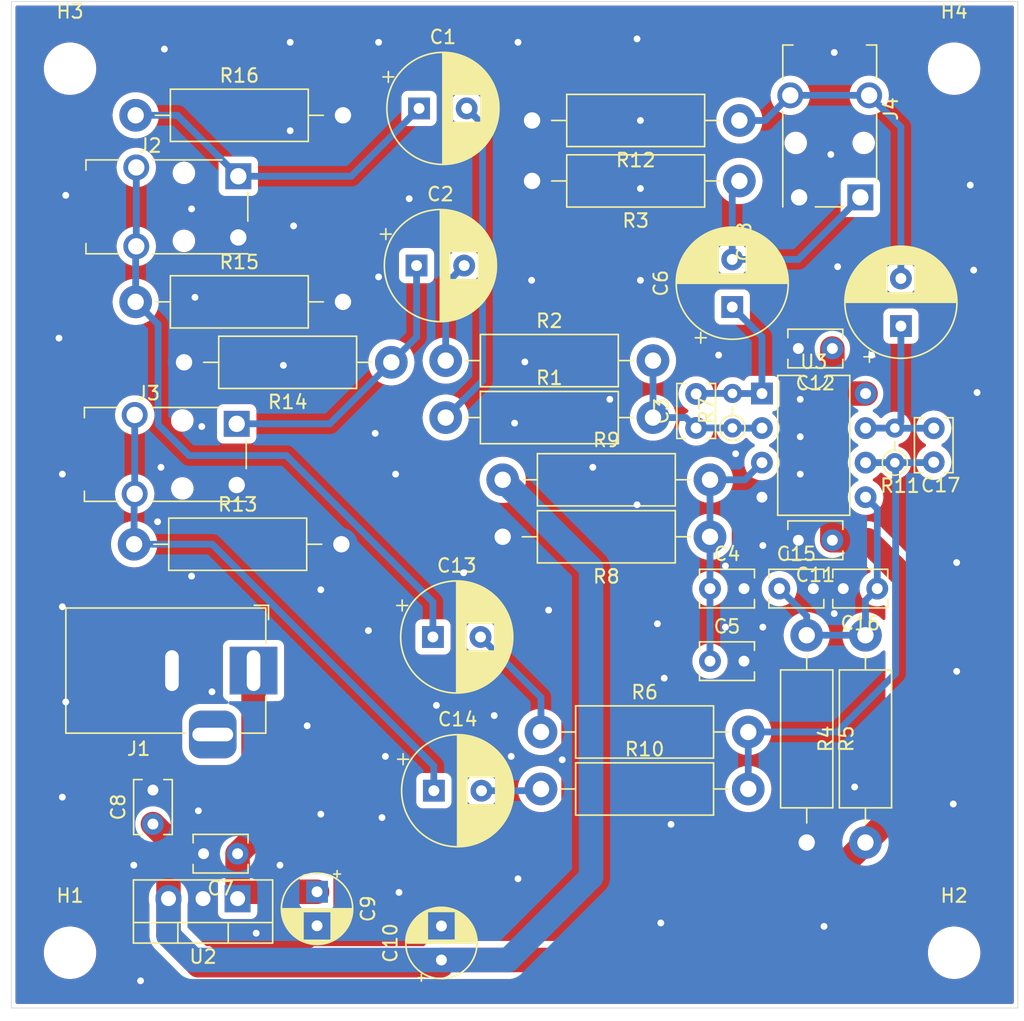
<source format=kicad_pcb>
(kicad_pcb (version 20240108) (generator "pcbnew") (generator_version "8.0")
  (layers (0 "F.Cu" signal) (31 "B.Cu" signal) (34 "B.Paste" user) (35 "F.Paste" user) (36 "B.SilkS" user "B.Silkscreen") (37 "F.SilkS" user "F.Silkscreen") (38 "B.Mask" user) (39 "F.Mask" user) (44 "Edge.Cuts" user))
  (net 0 "")
  (net 1 "Net-(C1-Pad2)")
  (net 2 "CH1_R")
  (net 3 "Net-(C2-Pad2)")
  (net 4 "CH2_R")
  (net 5 "Net-(U3A--)")
  (net 6 "Net-(C3-Pad2)")
  (net 7 "Net-(U3A-+)")
  (net 8 "GND")
  (net 9 "OUT_R")
  (net 10 "Net-(U2-IN)")
  (net 11 "VCC")
  (net 12 "CH1_L")
  (net 13 "Net-(C13-Pad2)")
  (net 14 "CH2_L")
  (net 15 "Net-(C14-Pad2)")
  (net 16 "Net-(U3B-+)")
  (net 17 "Net-(U3B--)")
  (net 18 "Net-(C17-Pad2)")
  (net 19 "OUT_L")
  (footprint "Capacitor_THT:CP_Radial_D8.0mm_P3.50mm" (layer "F.Cu") (at 124.792349 34.417)
    (property "Reference" "C2" (at 1.75 -5.25 0) (layer "F.SilkS"))
    (property "Value" "100u")
    (pad "1" thru_hole rect (at 0 0) (size 1.6 1.6) (drill 0.8) (layers "*.Cu" "*.Mask") (net 4 "CH2_R"))
    (pad "2" thru_hole circle (at 3.5 0) (size 1.6 1.6) (drill 0.8) (layers "*.Cu" "*.Mask") (net 3 "Net-(C2-Pad2)"))
  )
  (footprint "Resistor_THT:R_Axial_DIN0411_L9.9mm_D3.6mm_P15.24mm_Horizontal" (layer "F.Cu") (at 126.933 41.402)
    (property "Reference" "R2" (at 7.62 -2.92 0) (layer "F.SilkS"))
    (property "Value" "68k")
    (pad "1" thru_hole circle (at 0 0) (size 2.4 2.4) (drill 1.2) (layers "*.Cu" "*.Mask") (net 3 "Net-(C2-Pad2)"))
    (pad "2" thru_hole oval (at 15.24 0) (size 2.4 2.4) (drill 1.2) (layers "*.Cu" "*.Mask") (net 5 "Net-(U3A--)"))
  )
  (footprint "Connector_Audio:Jack_3.5mm_Switronic_ST-005-G_horizontal" (layer "F.Cu") (at 105.185 30.099)
    (property "Reference" "J2" (at 0 -4.5 0) (layer "F.SilkS"))
    (property "Value" "AudioJack3")
    (pad "" np_thru_hole circle (at 2.5 -2.5) (size 1 1) (drill 1) (layers "*.Cu" "*.Mask"))
    (pad "" np_thru_hole circle (at 2.5 2.5) (size 1 1) (drill 1) (layers "*.Cu" "*.Mask"))
    (pad "R" thru_hole rect (at 6.5 -2.25) (size 1.9 1.9) (drill 1.2) (layers "*.Cu" "*.Mask") (net 2 "CH1_R"))
    (pad "S" thru_hole circle (at 6.5 2.25) (size 1.9 1.9) (drill 1.2) (layers "*.Cu" "*.Mask") (net 8 "GND"))
    (pad "T" thru_hole circle (at -1 -2.9) (size 1.9 1.9) (drill 1.2) (layers "*.Cu" "*.Mask") (net 12 "CH1_L"))
    (pad "T" thru_hole circle (at -1 2.9) (size 1.9 1.9) (drill 1.2) (layers "*.Cu" "*.Mask") (net 12 "CH1_L"))
  )
  (footprint "Resistor_THT:R_Axial_DIN0411_L9.9mm_D3.6mm_P15.24mm_Horizontal" (layer "F.Cu") (at 131.124 50.165)
    (property "Reference" "R9" (at 7.62 -2.92 0) (layer "F.SilkS"))
    (property "Value" "1k")
    (pad "1" thru_hole circle (at 0 0) (size 2.4 2.4) (drill 1.2) (layers "*.Cu" "*.Mask") (net 11 "VCC"))
    (pad "2" thru_hole oval (at 15.24 0) (size 2.4 2.4) (drill 1.2) (layers "*.Cu" "*.Mask") (net 7 "Net-(U3A-+)"))
  )
  (footprint "Resistor_THT:R_Axial_DIN0411_L9.9mm_D3.6mm_P15.24mm_Horizontal" (layer "F.Cu") (at 157.794 76.835 90)
    (property "Reference" "R4" (at 7.62 -2.92 90) (layer "F.SilkS"))
    (property "Value" "10k")
    (pad "1" thru_hole circle (at 0 0 90) (size 2.4 2.4) (drill 1.2) (layers "*.Cu" "*.Mask") (net 11 "VCC"))
    (pad "2" thru_hole oval (at 15.24 0 90) (size 2.4 2.4) (drill 1.2) (layers "*.Cu" "*.Mask") (net 16 "Net-(U3B-+)"))
  )
  (footprint "Capacitor_THT:C_Disc_D3.8mm_W2.6mm_P2.50mm" (layer "F.Cu") (at 155.361 40.513 180)
    (property "Reference" "C12" (at 1.25 -2.55 0) (layer "F.SilkS"))
    (property "Value" "10u")
    (pad "1" thru_hole circle (at 0 0 180) (size 1.6 1.6) (drill 0.8) (layers "*.Cu" "*.Mask") (net 11 "VCC"))
    (pad "2" thru_hole circle (at 2.5 0 180) (size 1.6 1.6) (drill 0.8) (layers "*.Cu" "*.Mask") (net 8 "GND"))
  )
  (footprint "Resistor_THT:R_Axial_DIN0411_L9.9mm_D3.6mm_P15.24mm_Horizontal" (layer "F.Cu") (at 148.523 28.194 180)
    (property "Reference" "R3" (at 7.62 -2.92 0) (layer "F.SilkS"))
    (property "Value" "1M")
    (pad "1" thru_hole circle (at 0 0 180) (size 2.4 2.4) (drill 1.2) (layers "*.Cu" "*.Mask") (net 9 "OUT_R"))
    (pad "2" thru_hole oval (at 15.24 0 180) (size 2.4 2.4) (drill 1.2) (layers "*.Cu" "*.Mask") (net 8 "GND"))
  )
  (footprint "Capacitor_THT:C_Disc_D3.8mm_W2.6mm_P2.50mm" (layer "F.Cu") (at 105.41 75.4765 90)
    (property "Reference" "C8" (at 1.25 -2.55 90) (layer "F.SilkS"))
    (property "Value" "0.1u")
    (pad "1" thru_hole circle (at 0 0 90) (size 1.6 1.6) (drill 0.8) (layers "*.Cu" "*.Mask") (net 11 "VCC"))
    (pad "2" thru_hole circle (at 2.5 0 90) (size 1.6 1.6) (drill 0.8) (layers "*.Cu" "*.Mask") (net 8 "GND"))
  )
  (footprint "Resistor_THT:R_Axial_DIN0411_L9.9mm_D3.6mm_P15.24mm_Horizontal" (layer "F.Cu") (at 104.14 37.084)
    (property "Reference" "R15" (at 7.62 -2.92 0) (layer "F.SilkS"))
    (property "Value" "1M")
    (pad "1" thru_hole circle (at 0 0) (size 2.4 2.4) (drill 1.2) (layers "*.Cu" "*.Mask") (net 12 "CH1_L"))
    (pad "2" thru_hole oval (at 15.24 0) (size 2.4 2.4) (drill 1.2) (layers "*.Cu" "*.Mask") (net 8 "GND"))
  )
  (footprint "Capacitor_THT:C_Disc_D3.8mm_W2.6mm_P2.50mm" (layer "F.Cu") (at 146.364 63.5)
    (property "Reference" "C5" (at 1.25 -2.55 0) (layer "F.SilkS"))
    (property "Value" "10u")
    (pad "1" thru_hole circle (at 0 0) (size 1.6 1.6) (drill 0.8) (layers "*.Cu" "*.Mask") (net 7 "Net-(U3A-+)"))
    (pad "2" thru_hole circle (at 2.5 0) (size 1.6 1.6) (drill 0.8) (layers "*.Cu" "*.Mask") (net 8 "GND"))
  )
  (footprint "Capacitor_THT:CP_Radial_D8.0mm_P3.50mm" (layer "F.Cu") (at 126.062349 73.025)
    (property "Reference" "C14" (at 1.75 -5.25 0) (layer "F.SilkS"))
    (property "Value" "100u")
    (pad "1" thru_hole rect (at 0 0) (size 1.6 1.6) (drill 0.8) (layers "*.Cu" "*.Mask") (net 14 "CH2_L"))
    (pad "2" thru_hole circle (at 3.5 0) (size 1.6 1.6) (drill 0.8) (layers "*.Cu" "*.Mask") (net 15 "Net-(C14-Pad2)"))
  )
  (footprint "Resistor_THT:R_Axial_DIN0411_L9.9mm_D3.6mm_P15.24mm_Horizontal" (layer "F.Cu") (at 133.938 68.707)
    (property "Reference" "R6" (at 7.62 -2.92 0) (layer "F.SilkS"))
    (property "Value" "68k")
    (pad "1" thru_hole circle (at 0 0) (size 2.4 2.4) (drill 1.2) (layers "*.Cu" "*.Mask") (net 13 "Net-(C13-Pad2)"))
    (pad "2" thru_hole oval (at 15.24 0) (size 2.4 2.4) (drill 1.2) (layers "*.Cu" "*.Mask") (net 17 "Net-(U3B--)"))
  )
  (footprint "Resistor_THT:R_Axial_DIN0411_L9.9mm_D3.6mm_P15.24mm_Horizontal" (layer "F.Cu") (at 153.476 61.595 -90)
    (property "Reference" "R5" (at 7.62 -2.92 90) (layer "F.SilkS"))
    (property "Value" "10k")
    (pad "1" thru_hole circle (at 0 0 270) (size 2.4 2.4) (drill 1.2) (layers "*.Cu" "*.Mask") (net 16 "Net-(U3B-+)"))
    (pad "2" thru_hole oval (at 15.24 0 270) (size 2.4 2.4) (drill 1.2) (layers "*.Cu" "*.Mask") (net 8 "GND"))
  )
  (footprint "Capacitor_THT:C_Disc_D3.8mm_W2.6mm_P2.50mm" (layer "F.Cu") (at 158.663 58.166 180)
    (property "Reference" "C16" (at 1.25 -2.55 0) (layer "F.SilkS"))
    (property "Value" "0.1u")
    (pad "1" thru_hole circle (at 0 0 180) (size 1.6 1.6) (drill 0.8) (layers "*.Cu" "*.Mask") (net 16 "Net-(U3B-+)"))
    (pad "2" thru_hole circle (at 2.5 0 180) (size 1.6 1.6) (drill 0.8) (layers "*.Cu" "*.Mask") (net 8 "GND"))
  )
  (footprint "Connector_Audio:Jack_3.5mm_Switronic_ST-005-G_horizontal" (layer "F.Cu") (at 105.069 48.3)
    (property "Reference" "J3" (at 0 -4.5 0) (layer "F.SilkS"))
    (property "Value" "AudioJack3")
    (pad "" np_thru_hole circle (at 2.5 -2.5) (size 1 1) (drill 1) (layers "*.Cu" "*.Mask"))
    (pad "" np_thru_hole circle (at 2.5 2.5) (size 1 1) (drill 1) (layers "*.Cu" "*.Mask"))
    (pad "R" thru_hole rect (at 6.5 -2.25) (size 1.9 1.9) (drill 1.2) (layers "*.Cu" "*.Mask") (net 4 "CH2_R"))
    (pad "S" thru_hole circle (at 6.5 2.25) (size 1.9 1.9) (drill 1.2) (layers "*.Cu" "*.Mask") (net 8 "GND"))
    (pad "T" thru_hole circle (at -1 -2.9) (size 1.9 1.9) (drill 1.2) (layers "*.Cu" "*.Mask") (net 14 "CH2_L"))
    (pad "T" thru_hole circle (at -1 2.9) (size 1.9 1.9) (drill 1.2) (layers "*.Cu" "*.Mask") (net 14 "CH2_L"))
  )
  (footprint "Capacitor_THT:C_Disc_D3.8mm_W2.6mm_P2.50mm" (layer "F.Cu") (at 145.348 46.355 90)
    (property "Reference" "C3" (at 1.25 -2.55 90) (layer "F.SilkS"))
    (property "Value" "3p")
    (pad "1" thru_hole circle (at 0 0 90) (size 1.6 1.6) (drill 0.8) (layers "*.Cu" "*.Mask") (net 5 "Net-(U3A--)"))
    (pad "2" thru_hole circle (at 2.5 0 90) (size 1.6 1.6) (drill 0.8) (layers "*.Cu" "*.Mask") (net 6 "Net-(C3-Pad2)"))
  )
  (footprint "Capacitor_THT:C_Disc_D3.8mm_W2.6mm_P2.50mm" (layer "F.Cu") (at 155.361 54.61 180)
    (property "Reference" "C11" (at 1.25 -2.55 0) (layer "F.SilkS"))
    (property "Value" "1u")
    (pad "1" thru_hole circle (at 0 0 180) (size 1.6 1.6) (drill 0.8) (layers "*.Cu" "*.Mask") (net 11 "VCC"))
    (pad "2" thru_hole circle (at 2.5 0 180) (size 1.6 1.6) (drill 0.8) (layers "*.Cu" "*.Mask") (net 8 "GND"))
  )
  (footprint "Resistor_THT:R_Axial_DIN0411_L9.9mm_D3.6mm_P15.24mm_Horizontal" (layer "F.Cu") (at 146.364 54.356 180)
    (property "Reference" "R8" (at 7.62 -2.92 0) (layer "F.SilkS"))
    (property "Value" "1k")
    (pad "1" thru_hole circle (at 0 0 180) (size 2.4 2.4) (drill 1.2) (layers "*.Cu" "*.Mask") (net 7 "Net-(U3A-+)"))
    (pad "2" thru_hole oval (at 15.24 0 180) (size 2.4 2.4) (drill 1.2) (layers "*.Cu" "*.Mask") (net 8 "GND"))
  )
  (footprint "MountingHole:MountingHole_3.2mm_M3" (layer "F.Cu") (at 99.314 19.939)
    (property "Reference" "H3" (at 0 -4.2 0) (layer "F.SilkS"))
    (property "Value" "MountingHole")
    (pad "" np_thru_hole circle (at 0 0) (size 3.2 3.2) (drill 3.2) (layers "*.Cu" "*.Mask"))
  )
  (footprint "Resistor_THT:R_Axial_DIN0411_L9.9mm_D3.6mm_P15.24mm_Horizontal" (layer "F.Cu") (at 122.936 41.529 180)
    (property "Reference" "R14" (at 7.62 -2.92 0) (layer "F.SilkS"))
    (property "Value" "1M")
    (pad "1" thru_hole circle (at 0 0 180) (size 2.4 2.4) (drill 1.2) (layers "*.Cu" "*.Mask") (net 4 "CH2_R"))
    (pad "2" thru_hole oval (at 15.24 0 180) (size 2.4 2.4) (drill 1.2) (layers "*.Cu" "*.Mask") (net 8 "GND"))
  )
  (footprint "MountingHole:MountingHole_3.2mm_M3" (layer "F.Cu") (at 164.314 84.939)
    (property "Reference" "H2" (at 0 -4.2 0) (layer "F.SilkS"))
    (property "Value" "MountingHole")
    (pad "" np_thru_hole circle (at 0 0) (size 3.2 3.2) (drill 3.2) (layers "*.Cu" "*.Mask"))
  )
  (footprint "Capacitor_THT:CP_Radial_D5.0mm_P2.50mm" (layer "F.Cu") (at 126.619 85.471 90)
    (property "Reference" "C10" (at 1.25 -3.75 90) (layer "F.SilkS"))
    (property "Value" "100u")
    (pad "1" thru_hole rect (at 0 0 90) (size 1.6 1.6) (drill 0.8) (layers "*.Cu" "*.Mask") (net 11 "VCC"))
    (pad "2" thru_hole circle (at 2.5 0 90) (size 1.6 1.6) (drill 0.8) (layers "*.Cu" "*.Mask") (net 8 "GND"))
  )
  (footprint "Capacitor_THT:C_Disc_D3.8mm_W2.6mm_P2.50mm" (layer "F.Cu") (at 146.364 58.166)
    (property "Reference" "C4" (at 1.25 -2.55 0) (layer "F.SilkS"))
    (property "Value" "0.1u")
    (pad "1" thru_hole circle (at 0 0) (size 1.6 1.6) (drill 0.8) (layers "*.Cu" "*.Mask") (net 7 "Net-(U3A-+)"))
    (pad "2" thru_hole circle (at 2.5 0) (size 1.6 1.6) (drill 0.8) (layers "*.Cu" "*.Mask") (net 8 "GND"))
  )
  (footprint "Package_TO_SOT_THT:TO-220-3_Vertical" (layer "F.Cu") (at 111.633 80.9575 180)
    (property "Reference" "U2" (at 2.54 -4.27 0) (layer "F.SilkS"))
    (property "Value" "L7809")
    (pad "1" thru_hole rect (at 0 0 180) (size 1.905 2) (drill 1.1) (layers "*.Cu" "*.Mask") (net 10 "Net-(U2-IN)"))
    (pad "2" thru_hole oval (at 2.54 0 180) (size 1.905 2) (drill 1.1) (layers "*.Cu" "*.Mask") (net 8 "GND"))
    (pad "3" thru_hole oval (at 5.08 0 180) (size 1.905 2) (drill 1.1) (layers "*.Cu" "*.Mask") (net 11 "VCC"))
  )
  (footprint "Connector_Audio:Jack_3.5mm_Switronic_ST-005-G_horizontal" (layer "F.Cu") (at 155.167 22.9 -90)
    (property "Reference" "J4" (at 0 -4.5 90) (layer "F.SilkS"))
    (property "Value" "AudioJack3")
    (pad "" np_thru_hole circle (at 2.5 -2.5 270) (size 1 1) (drill 1) (layers "*.Cu" "*.Mask"))
    (pad "" np_thru_hole circle (at 2.5 2.5 270) (size 1 1) (drill 1) (layers "*.Cu" "*.Mask"))
    (pad "R" thru_hole rect (at 6.5 -2.25 270) (size 1.9 1.9) (drill 1.2) (layers "*.Cu" "*.Mask") (net 9 "OUT_R"))
    (pad "S" thru_hole circle (at 6.5 2.25 270) (size 1.9 1.9) (drill 1.2) (layers "*.Cu" "*.Mask") (net 8 "GND"))
    (pad "T" thru_hole circle (at -1 -2.9 270) (size 1.9 1.9) (drill 1.2) (layers "*.Cu" "*.Mask") (net 19 "OUT_L"))
    (pad "T" thru_hole circle (at -1 2.9 270) (size 1.9 1.9) (drill 1.2) (layers "*.Cu" "*.Mask") (net 19 "OUT_L"))
  )
  (footprint "Resistor_THT:R_Axial_DIN0204_L3.6mm_D1.6mm_P2.54mm_Vertical" (layer "F.Cu") (at 148.015 46.355 90)
    (property "Reference" "R7" (at 1.27 -1.92 90) (layer "F.SilkS"))
    (property "Value" "68k")
    (pad "1" thru_hole circle (at 0 0 90) (size 1.4 1.4) (drill 0.7) (layers "*.Cu" "*.Mask") (net 5 "Net-(U3A--)"))
    (pad "2" thru_hole oval (at 2.54 0 90) (size 1.4 1.4) (drill 0.7) (layers "*.Cu" "*.Mask") (net 6 "Net-(C3-Pad2)"))
  )
  (footprint "Capacitor_THT:CP_Radial_D8.0mm_P3.50mm" (layer "F.Cu") (at 148 37.465 90)
    (property "Reference" "C6" (at 1.75 -5.25 90) (layer "F.SilkS"))
    (property "Value" "100u")
    (pad "1" thru_hole rect (at 0 0 90) (size 1.6 1.6) (drill 0.8) (layers "*.Cu" "*.Mask") (net 6 "Net-(C3-Pad2)"))
    (pad "2" thru_hole circle (at 3.5 0 90) (size 1.6 1.6) (drill 0.8) (layers "*.Cu" "*.Mask") (net 9 "OUT_R"))
  )
  (footprint "Capacitor_THT:C_Disc_D3.8mm_W2.6mm_P2.50mm" (layer "F.Cu") (at 162.814 48.875 90)
    (property "Reference" "C17" (at -1.691 0.508 180) (layer "F.SilkS"))
    (property "Value" "3p")
    (pad "1" thru_hole circle (at 0 0 90) (size 1.6 1.6) (drill 0.8) (layers "*.Cu" "*.Mask") (net 17 "Net-(U3B--)"))
    (pad "2" thru_hole circle (at 2.5 0 90) (size 1.6 1.6) (drill 0.8) (layers "*.Cu" "*.Mask") (net 18 "Net-(C17-Pad2)"))
  )
  (footprint "Resistor_THT:R_Axial_DIN0411_L9.9mm_D3.6mm_P15.24mm_Horizontal" (layer "F.Cu") (at 104.024 54.904)
    (property "Reference" "R13" (at 7.62 -2.92 0) (layer "F.SilkS"))
    (property "Value" "1M")
    (pad "1" thru_hole circle (at 0 0) (size 2.4 2.4) (drill 1.2) (layers "*.Cu" "*.Mask") (net 14 "CH2_L"))
    (pad "2" thru_hole oval (at 15.24 0) (size 2.4 2.4) (drill 1.2) (layers "*.Cu" "*.Mask") (net 8 "GND"))
  )
  (footprint "Capacitor_THT:C_Disc_D3.8mm_W2.6mm_P2.50mm" (layer "F.Cu") (at 111.633 77.6555 180)
    (property "Reference" "C7" (at 1.25 -2.55 0) (layer "F.SilkS"))
    (property "Value" "0.33u")
    (pad "1" thru_hole circle (at 0 0 180) (size 1.6 1.6) (drill 0.8) (layers "*.Cu" "*.Mask") (net 10 "Net-(U2-IN)"))
    (pad "2" thru_hole circle (at 2.5 0 180) (size 1.6 1.6) (drill 0.8) (layers "*.Cu" "*.Mask") (net 8 "GND"))
  )
  (footprint "MountingHole:MountingHole_3.2mm_M3" (layer "F.Cu") (at 164.314 19.939)
    (property "Reference" "H4" (at 0 -4.2 0) (layer "F.SilkS"))
    (property "Value" "MountingHole")
    (pad "" np_thru_hole circle (at 0 0) (size 3.2 3.2) (drill 3.2) (layers "*.Cu" "*.Mask"))
  )
  (footprint "Connector_BarrelJack:BarrelJack_Horizontal" (layer "F.Cu") (at 112.807 64.1935)
    (property "Reference" "J1" (at -8.45 5.75 0) (layer "F.SilkS"))
    (property "Value" "Barrel_Jack_Switch")
    (pad "1" thru_hole rect (at 0 0) (size 3.5 3.5) (drill oval 1 3) (layers "*.Cu" "*.Mask") (net 10 "Net-(U2-IN)"))
    (pad "2" thru_hole roundrect (at -6 0) (size 3 3.5) (drill oval 1 3) (layers "*.Cu" "*.Mask") (net 8 "GND"))
    (pad "3" thru_hole roundrect (at -3 4.7) (size 3.5 3.5) (drill oval 3 1) (layers "*.Cu" "*.Mask"))
  )
  (footprint "Resistor_THT:R_Axial_DIN0411_L9.9mm_D3.6mm_P15.24mm_Horizontal" (layer "F.Cu") (at 126.933 45.593)
    (property "Reference" "R1" (at 7.62 -2.92 0) (layer "F.SilkS"))
    (property "Value" "68k")
    (pad "1" thru_hole circle (at 0 0) (size 2.4 2.4) (drill 1.2) (layers "*.Cu" "*.Mask") (net 1 "Net-(C1-Pad2)"))
    (pad "2" thru_hole oval (at 15.24 0) (size 2.4 2.4) (drill 1.2) (layers "*.Cu" "*.Mask") (net 5 "Net-(U3A--)"))
  )
  (footprint "Capacitor_THT:C_Disc_D3.8mm_W2.6mm_P2.50mm" (layer "F.Cu") (at 151.464 58.166)
    (property "Reference" "C15" (at 1.25 -2.55 0) (layer "F.SilkS"))
    (property "Value" "10u")
    (pad "1" thru_hole circle (at 0 0) (size 1.6 1.6) (drill 0.8) (layers "*.Cu" "*.Mask") (net 16 "Net-(U3B-+)"))
    (pad "2" thru_hole circle (at 2.5 0) (size 1.6 1.6) (drill 0.8) (layers "*.Cu" "*.Mask") (net 8 "GND"))
  )
  (footprint "Resistor_THT:R_Axial_DIN0411_L9.9mm_D3.6mm_P15.24mm_Horizontal" (layer "F.Cu") (at 104.14 23.368)
    (property "Reference" "R16" (at 7.62 -2.92 0) (layer "F.SilkS"))
    (property "Value" "1M")
    (pad "1" thru_hole circle (at 0 0) (size 2.4 2.4) (drill 1.2) (layers "*.Cu" "*.Mask") (net 2 "CH1_R"))
    (pad "2" thru_hole oval (at 15.24 0) (size 2.4 2.4) (drill 1.2) (layers "*.Cu" "*.Mask") (net 8 "GND"))
  )
  (footprint "Capacitor_THT:CP_Radial_D5.0mm_P2.50mm" (layer "F.Cu") (at 117.475 80.455888 -90)
    (property "Reference" "C9" (at 1.25 -3.75 90) (layer "F.SilkS"))
    (property "Value" "100u")
    (pad "1" thru_hole rect (at 0 0 270) (size 1.6 1.6) (drill 0.8) (layers "*.Cu" "*.Mask") (net 10 "Net-(U2-IN)"))
    (pad "2" thru_hole circle (at 2.5 0 270) (size 1.6 1.6) (drill 0.8) (layers "*.Cu" "*.Mask") (net 8 "GND"))
  )
  (footprint "Capacitor_THT:CP_Radial_D8.0mm_P3.50mm" (layer "F.Cu") (at 124.977 22.86)
    (property "Reference" "C1" (at 1.75 -5.25 0) (layer "F.SilkS"))
    (property "Value" "100u")
    (pad "1" thru_hole rect (at 0 0) (size 1.6 1.6) (drill 0.8) (layers "*.Cu" "*.Mask") (net 2 "CH1_R"))
    (pad "2" thru_hole circle (at 3.5 0) (size 1.6 1.6) (drill 0.8) (layers "*.Cu" "*.Mask") (net 1 "Net-(C1-Pad2)"))
  )
  (footprint "Resistor_THT:R_Axial_DIN0204_L3.6mm_D1.6mm_P2.54mm_Vertical" (layer "F.Cu") (at 159.953 48.905 90)
    (property "Reference" "R11" (at -1.701 0.381 0) (layer "F.SilkS"))
    (property "Value" "68k")
    (pad "1" thru_hole circle (at 0 0 90) (size 1.4 1.4) (drill 0.7) (layers "*.Cu" "*.Mask") (net 17 "Net-(U3B--)"))
    (pad "2" thru_hole oval (at 2.54 0 90) (size 1.4 1.4) (drill 0.7) (layers "*.Cu" "*.Mask") (net 18 "Net-(C17-Pad2)"))
  )
  (footprint "Capacitor_THT:CP_Radial_D8.0mm_P3.50mm" (layer "F.Cu") (at 160.401 38.863651 90)
    (property "Reference" "C18" (at 6.195 -11.52 90) (layer "F.SilkS"))
    (property "Value" "100u")
    (pad "1" thru_hole rect (at 0 0 90) (size 1.6 1.6) (drill 0.8) (layers "*.Cu" "*.Mask") (net 18 "Net-(C17-Pad2)"))
    (pad "2" thru_hole circle (at 3.5 0 90) (size 1.6 1.6) (drill 0.8) (layers "*.Cu" "*.Mask") (net 19 "OUT_L"))
  )
  (footprint "Package_DIP:DIP-8_W7.62mm" (layer "F.Cu") (at 150.184 43.825)
    (property "Reference" "U3" (at 3.81 -2.33 0) (layer "F.SilkS"))
    (property "Value" "NJM4580")
    (pad "1" thru_hole rect (at 0 0) (size 1.6 1.6) (drill 0.8) (layers "*.Cu" "*.Mask") (net 6 "Net-(C3-Pad2)"))
    (pad "2" thru_hole oval (at 0 2.54) (size 1.6 1.6) (drill 0.8) (layers "*.Cu" "*.Mask") (net 5 "Net-(U3A--)"))
    (pad "3" thru_hole oval (at 0 5.08) (size 1.6 1.6) (drill 0.8) (layers "*.Cu" "*.Mask") (net 7 "Net-(U3A-+)"))
    (pad "4" thru_hole oval (at 0 7.62) (size 1.6 1.6) (drill 0.8) (layers "*.Cu" "*.Mask") (net 8 "GND"))
    (pad "5" thru_hole oval (at 7.62 7.62) (size 1.6 1.6) (drill 0.8) (layers "*.Cu" "*.Mask") (net 16 "Net-(U3B-+)"))
    (pad "6" thru_hole oval (at 7.62 5.08) (size 1.6 1.6) (drill 0.8) (layers "*.Cu" "*.Mask") (net 17 "Net-(U3B--)"))
    (pad "7" thru_hole oval (at 7.62 2.54) (size 1.6 1.6) (drill 0.8) (layers "*.Cu" "*.Mask") (net 18 "Net-(C17-Pad2)"))
    (pad "8" thru_hole oval (at 7.62 0) (size 1.6 1.6) (drill 0.8) (layers "*.Cu" "*.Mask") (net 11 "VCC"))
  )
  (footprint "Capacitor_THT:CP_Radial_D8.0mm_P3.50mm" (layer "F.Cu") (at 125.993 61.722)
    (property "Reference" "C13" (at 1.75 -5.25 0) (layer "F.SilkS"))
    (property "Value" "100u")
    (pad "1" thru_hole rect (at 0 0) (size 1.6 1.6) (drill 0.8) (layers "*.Cu" "*.Mask") (net 12 "CH1_L"))
    (pad "2" thru_hole circle (at 3.5 0) (size 1.6 1.6) (drill 0.8) (layers "*.Cu" "*.Mask") (net 13 "Net-(C13-Pad2)"))
  )
  (footprint "MountingHole:MountingHole_3.2mm_M3" (layer "F.Cu") (at 99.314 84.939)
    (property "Reference" "H1" (at 0 -4.2 0) (layer "F.SilkS"))
    (property "Value" "MountingHole")
    (pad "" np_thru_hole circle (at 0 0) (size 3.2 3.2) (drill 3.2) (layers "*.Cu" "*.Mask"))
  )
  (footprint "Resistor_THT:R_Axial_DIN0411_L9.9mm_D3.6mm_P15.24mm_Horizontal" (layer "F.Cu") (at 133.938 72.898)
    (property "Reference" "R10" (at 7.62 -2.92 0) (layer "F.SilkS"))
    (property "Value" "68k")
    (pad "1" thru_hole circle (at 0 0) (size 2.4 2.4) (drill 1.2) (layers "*.Cu" "*.Mask") (net 15 "Net-(C14-Pad2)"))
    (pad "2" thru_hole oval (at 15.24 0) (size 2.4 2.4) (drill 1.2) (layers "*.Cu" "*.Mask") (net 17 "Net-(U3B--)"))
  )
  (footprint "Resistor_THT:R_Axial_DIN0411_L9.9mm_D3.6mm_P15.24mm_Horizontal" (layer "F.Cu") (at 148.523 23.749 180)
    (property "Reference" "R12" (at 7.62 -2.92 0) (layer "F.SilkS"))
    (property "Value" "1M")
    (pad "1" thru_hole circle (at 0 0 180) (size 2.4 2.4) (drill 1.2) (layers "*.Cu" "*.Mask") (net 19 "OUT_L"))
    (pad "2" thru_hole oval (at 15.24 0 180) (size 2.4 2.4) (drill 1.2) (layers "*.Cu" "*.Mask") (net 8 "GND"))
  )
  (gr_rect (start 95 15) (end 169 89) (stroke (width 0.05)) (fill none) (layer "Edge.Cuts"))
  (segment (start 129.642349 42.883651) (end 129.642349 24.025349) (width 0.5) (layer "B.Cu") (net 1))
  (segment (start 126.933 45.593) (end 129.642349 42.883651) (width 0.5) (layer "B.Cu") (net 1))
  (segment (start 129.642349 24.025349) (end 128.477 22.86) (width 0.5) (layer "B.Cu") (net 1))
  (segment (start 111.685 27.849) (end 119.988 27.849) (width 0.5) (layer "B.Cu") (net 2))
  (segment (start 119.988 27.849) (end 124.977 22.86) (width 0.5) (layer "B.Cu") (net 2))
  (segment (start 104.14 23.368) (end 107.204 23.368) (width 0.5) (layer "B.Cu") (net 2))
  (segment (start 107.204 23.368) (end 111.685 27.849) (width 0.5) (layer "B.Cu") (net 2))
  (segment (start 126.933 41.402) (end 126.933 35.776349) (width 0.5) (layer "B.Cu") (net 3))
  (segment (start 126.933 35.776349) (end 128.292349 34.417) (width 0.5) (layer "B.Cu") (net 3))
  (segment (start 124.792349 34.417) (end 124.792349 39.672651) (width 0.5) (layer "B.Cu") (net 4))
  (segment (start 122.936 41.529) (end 118.415 46.05) (width 0.5) (layer "B.Cu") (net 4))
  (segment (start 124.792349 39.672651) (end 122.936 41.529) (width 0.5) (layer "B.Cu") (net 4))
  (segment (start 118.415 46.05) (end 111.569 46.05) (width 0.5) (layer "B.Cu") (net 4))
  (segment (start 145.348 46.355) (end 148.015 46.355) (width 0.5) (layer "B.Cu") (net 5))
  (segment (start 142.173 45.593) (end 144.586 45.593) (width 0.5) (layer "B.Cu") (net 5))
  (segment (start 144.586 45.593) (end 145.348 46.355) (width 0.5) (layer "B.Cu") (net 5))
  (segment (start 142.173 41.402) (end 142.173 45.593) (width 0.5) (layer "B.Cu") (net 5))
  (segment (start 150.184 46.365) (end 148.025 46.365) (width 0.5) (layer "B.Cu") (net 5))
  (segment (start 148.025 46.365) (end 148.015 46.355) (width 0.5) (layer "B.Cu") (net 5))
  (segment (start 150.184 43.825) (end 148.025 43.825) (width 0.5) (layer "B.Cu") (net 6))
  (segment (start 145.388 43.815) (end 145.348 43.855) (width 0.5) (layer "B.Cu") (net 6))
  (segment (start 150.184 43.825) (end 150.184 39.649) (width 0.5) (layer "B.Cu") (net 6))
  (segment (start 148.015 43.815) (end 145.388 43.815) (width 0.5) (layer "B.Cu") (net 6))
  (segment (start 150.184 39.649) (end 148 37.465) (width 0.5) (layer "B.Cu") (net 6))
  (segment (start 148.025 43.825) (end 148.015 43.815) (width 0.5) (layer "B.Cu") (net 6))
  (segment (start 148.924 50.165) (end 150.184 48.905) (width 0.5) (layer "B.Cu") (net 7))
  (segment (start 146.364 58.166) (end 146.364 54.356) (width 0.5) (layer "B.Cu") (net 7))
  (segment (start 146.364 54.356) (end 146.364 50.165) (width 0.5) (layer "B.Cu") (net 7))
  (segment (start 146.364 50.165) (end 148.924 50.165) (width 0.5) (layer "B.Cu") (net 7))
  (segment (start 146.364 63.5) (end 146.364 58.166) (width 0.5) (layer "B.Cu") (net 7))
  (segment (start 118.975 82.955888) (end 119.575 82.355888) (width 1.8) (layer "F.Cu") (net 8))
  (segment (start 106.807 71.5795) (end 105.41 72.9765) (width 0.5) (layer "F.Cu") (net 8))
  (segment (start 151.825 78.486) (end 153.476 76.835) (width 1.8) (layer "F.Cu") (net 8))
  (segment (start 108.06487 74.5) (end 106.54137 72.9765) (width 1.8) (layer "F.Cu") (net 8))
  (segment (start 112.744113 83.755887) (end 110.171887 83.755887) (width 1.8) (layer "F.Cu") (net 8))
  (segment (start 130.865112 82.955888) (end 135.310112 78.510888) (width 1.8) (layer "F.Cu") (net 8))
  (segment (start 133.283 28.194) (end 133.283 23.749) (width 1.8) (layer "F.Cu") (net 8))
  (segment (start 117.475 82.955888) (end 124.587 82.955888) (width 1.8) (layer "F.Cu") (net 8))
  (segment (start 109.133 77.6555) (end 109.133 80.9175) (width 1.8) (layer "F.Cu") (net 8))
  (segment (start 153.964 58.166) (end 153.964 56.84437) (width 1.8) (layer "F.Cu") (net 8))
  (segment (start 119.575 82.355888) (end 119.575 55.215) (width 1.8) (layer "F.Cu") (net 8))
  (segment (start 119.38 37.084) (end 116.42 37.084) (width 1.8) (layer "F.Cu") (net 8))
  (segment (start 117.475 82.955888) (end 116.675001 83.755887) (width 1.8) (layer "F.Cu") (net 8))
  (segment (start 119.264 54.904) (end 119.264 41.645) (width 1.8) (layer "F.Cu") (net 8))
  (segment (start 152.861 49.89937) (end 151.31537 51.445) (width 1.8) (layer "F.Cu") (net 8))
  (segment (start 152.861 54.122) (end 150.184 51.445) (width 1.8) (layer "F.Cu") (net 8))
  (segment (start 135.310112 78.510888) (end 148.864 64.957) (width 1.8) (layer "F.Cu") (net 8))
  (segment (start 119.264 54.904) (end 115.923 54.904) (width 1.8) (layer "F.Cu") (net 8))
  (segment (start 152.861 49.611) (end 153 49.75) (width 1.8) (layer "F.Cu") (net 8))
  (segment (start 152.861 46.861) (end 153 47) (width 1.8) (layer "F.Cu") (net 8))
  (segment (start 148.864 58.166) (end 148.864 52.765) (width 1.8) (layer "F.Cu") (net 8))
  (segment (start 136.338 69.912) (end 136.338 54.356) (width 1.8) (layer "F.Cu") (net 8))
  (segment (start 126.619 82.971) (end 126.619 82.955888) (width 1.5) (layer "F.Cu") (net 8))
  (segment (start 152.861 40.513) (end 152.861 44.111) (width 1.8) (layer "F.Cu") (net 8))
  (segment (start 110.171887 83.755887) (end 109.093 82.677) (width 1.8) (layer "F.Cu") (net 8))
  (segment (start 152.861 44.111) (end 153 44.25) (width 1.8) (layer "F.Cu") (net 8))
  (segment (start 153.964 58.166) (end 156.163 58.166) (width 1.8) (layer "F.Cu") (net 8))
  (segment (start 109.133 75.56813) (end 108.75 75.18513) (width 1.8) (layer "F.Cu") (net 8))
  (segment (start 153 49.75) (end 152.861 49.889) (width 1.8) (layer "F.Cu") (net 8))
  (segment (start 109.133 77.6555) (end 109.133 75.56813) (width 1.8) (layer "F.Cu") (net 8))
  (segment (start 113 83.5) (end 112.744113 83.755887) (width 1.8) (layer "F.Cu") (net 8))
  (segment (start 117.475 82.955888) (end 118.975 82.955888) (width 1.8) (layer "F.Cu") (net 8))
  (segment (start 136.338 31.249) (end 133.283 28.194) (width 1.8) (layer "F.Cu") (net 8))
  (segment (start 112.141 37.084) (end 107.696 41.529) (width 1.8) (layer "F.Cu") (net 8))
  (segment (start 115.923 54.904) (end 111.569 50.55) (width 1.8) (layer "F.Cu") (net 8))
  (segment (start 153.964 56.84437) (end 152.861 55.74137) (width 1.8) (layer "F.Cu") (net 8))
  (segment (start 124.587 82.955888) (end 130.865112 82.955888) (width 1.8) (layer "F.Cu") (net 8))
  (segment (start 148.864 64.957) (end 148.864 63.5) (width 1.8) (layer "F.Cu") (net 8))
  (segment (start 116.42 37.084) (end 111.685 32.349) (width 1.8) (layer "F.Cu") (net 8))
  (segment (start 153 47) (end 152.861 47.139) (width 1.8) (layer "F.Cu") (net 8))
  (segment (start 152.861 40.513) (end 152.861 29.456) (width 1.8) (layer "F.Cu") (net 8))
  (segment (start 119.575 55.215) (end 119.264 54.904) (width 1.8) (layer "F.Cu") (net 8))
  (segment (start 116.42 37.084) (end 112.141 37.084) (width 1.8) (layer "F.Cu") (net 8))
  (segment (start 152.861 49.889) (end 152.861 49.89937) (width 1.8) (layer "F.Cu") (net 8))
  (segment (start 131.124 54.356) (end 136.338 54.356) (width 1.8) (layer "F.Cu") (net 8))
  (segment (start 106.54137 72.9765) (end 105.41 72.9765) (width 1.8) (layer "F.Cu") (net 8))
  (segment (start 124.587 82.955888) (end 126.619 82.955888) (width 1.8) (layer "F.Cu") (net 8))
  (segment (start 152.861 29.456) (end 152.917 29.4) (width 1.8) (layer "F.Cu") (net 8))
  (segment (start 113.255887 83.755887) (end 113 83.5) (width 1.8) (layer "F.Cu") (net 8))
  (segment (start 152.861 44.389) (end 152.861 46.861) (width 1.8) (layer "F.Cu") (net 8))
  (segment (start 116.675001 83.755887) (end 113.255887 83.755887) (width 1.8) (layer "F.Cu") (net 8))
  (segment (start 106.807 64.1935) (end 106.807 71.5795) (width 0.5) (layer "F.Cu") (net 8))
  (segment (start 148.864 52.765) (end 150.184 51.445) (width 1.8) (layer "F.Cu") (net 8))
  (segment (start 119.38 37.084) (end 119.38 23.368) (width 1.8) (layer "F.Cu") (net 8))
  (segment (start 153 44.25) (end 152.861 44.389) (width 1.8) (layer "F.Cu") (net 8))
  (segment (start 135.5 70.75) (end 136.338 69.912) (width 1.8) (layer "F.Cu") (net 8))
  (segment (start 108.75 74.5) (end 108.06487 74.5) (width 1.8) (layer "F.Cu") (net 8))
  (segment (start 152.861 55.74137) (end 152.861 54.61) (width 1.8) (layer "F.Cu") (net 8))
  (segment (start 135.335 78.486) (end 151.825 78.486) (width 1.8) (layer "F.Cu") (net 8))
  (segment (start 136.338 77.483) (end 136.338 71.588) (width 1.8) (layer "F.Cu") (net 8))
  (segment (start 136.338 71.588) (end 135.5 70.75) (width 1.8) (layer "F.Cu") (net 8))
  (segment (start 119.38 41.529) (end 119.38 37.084) (width 1.8) (layer "F.Cu") (net 8))
  (segment (start 135.310112 78.510888) (end 135.335 78.486) (width 1.8) (layer "F.Cu") (net 8))
  (segment (start 135.310112 78.510888) (end 136.338 77.483) (width 1.8) (layer "F.Cu") (net 8))
  (segment (start 148.864 63.5) (end 148.864 58.166) (width 1.8) (layer "F.Cu") (net 8))
  (segment (start 152.861 47.139) (end 152.861 49.611) (width 1.8) (layer "F.Cu") (net 8))
  (segment (start 152.861 54.61) (end 152.861 54.122) (width 1.8) (layer "F.Cu") (net 8))
  (segment (start 151.31537 51.445) (end 150.184 51.445) (width 1.8) (layer "F.Cu") (net 8))
  (segment (start 109.133 80.9175) (end 109.093 80.9575) (width 1.8) (layer "F.Cu") (net 8))
  (segment (start 109.093 82.677) (end 109.093 80.9575) (width 1.8) (layer "F.Cu") (net 8))
  (segment (start 108.75 75.18513) (end 108.75 74.5) (width 1.8) (layer "F.Cu") (net 8))
  (segment (start 119.264 41.645) (end 119.38 41.529) (width 1.8) (layer "F.Cu") (net 8))
  (segment (start 136.338 54.356) (end 136.338 31.249) (width 1.8) (layer "F.Cu") (net 8))
  (via (at 153 44.25) (size 0.8) (drill 0.5) (layers "F.Cu" "B.Cu") (net 8))
  (via (at 117.75 58.25) (size 0.8) (drill 0.5) (layers "F.Cu" "B.Cu") (net 8))
  (via (at 122 35.25) (size 0.8) (drill 0.5) (layers "F.Cu" "B.Cu") (net 8))
  (via (at 105.75 53.25) (size 0.8) (drill 0.5) (layers "F.Cu" "B.Cu") (net 8))
  (via (at 141.25 35.5) (size 0.8) (drill 0.5) (layers "F.Cu" "B.Cu") (net 8))
  (via (at 155.5 18.75) (size 0.8) (drill 0.5) (layers "F.Cu" "B.Cu") (net 8))
  (via (at 135.5 70.75) (size 0.8) (drill 0.5) (layers "F.Cu" "B.Cu") (net 8))
  (via (at 164.25 74) (size 0.8) (drill 0.5) (layers "F.Cu" "B.Cu") (net 8))
  (via (at 130.5 67.5) (size 0.8) (drill 0.5) (layers "F.Cu" "B.Cu") (net 8))
  (via (at 141.25 23.75) (size 0.8) (drill 0.5) (layers "F.Cu" "B.Cu") (net 8))
  (via (at 115.5 24.5) (size 0.8) (drill 0.5) (layers "F.Cu" "B.Cu") (net 8))
  (via (at 153 49.75) (size 0.8) (drill 0.5) (layers "F.Cu" "B.Cu") (net 8))
  (via (at 126.25 66.75) (size 0.8) (drill 0.5) (layers "F.Cu" "B.Cu") (net 8))
  (via (at 132.25 79.5) (size 0.8) (drill 0.5) (layers "F.Cu" "B.Cu") (net 8))
  (via (at 106 49.25) (size 0.8) (drill 0.5) (layers "F.Cu" "B.Cu") (net 8))
  (via (at 158.25 41) (size 0.8) (drill 0.5) (layers "F.Cu" "B.Cu") (net 8))
  (via (at 115.75 31.5) (size 0.8) (drill 0.5) (layers "F.Cu" "B.Cu") (net 8))
  (via (at 141.25 28.75) (size 0.8) (drill 0.5) (layers "F.Cu" "B.Cu") (net 8))
  (via (at 142.75 82.75) (size 0.8) (drill 0.5) (layers "F.Cu" "B.Cu") (net 8))
  (via (at 165.5 28.5) (size 0.8) (drill 0.5) (layers "F.Cu" "B.Cu") (net 8))
  (via (at 123.25 49.75) (size 0.8) (drill 0.5) (layers "F.Cu" "B.Cu") (net 8))
  (via (at 150.25 55) (size 0.8) (drill 0.5) (layers "F.Cu" "B.Cu") (net 8))
  (via (at 109 46.25) (size 0.8) (drill 0.5) (layers "F.Cu" "B.Cu") (net 8))
  (via (at 109.75 65.75) (size 0.8) (drill 0.5) (layers "F.Cu" "B.Cu") (net 8))
  (via (at 147.5 56.5) (size 0.8) (drill 0.5) (layers "F.Cu" "B.Cu") (net 8))
  (via (at 123.5 80.5) (size 0.8) (drill 0.5) (layers "F.Cu" "B.Cu") (net 8))
  (via (at 143 64.75) (size 0.8) (drill 0.5) (layers "F.Cu" "B.Cu") (net 8))
  (via (at 154.75 83) (size 0.8) (drill 0.5) (layers "F.Cu" "B.Cu") (net 8))
  (via (at 155.5 60) (size 0.8) (drill 0.5) (layers "F.Cu" "B.Cu") (net 8))
  (via (at 122.5 70.5) (size 0.8) (drill 0.5) (layers "F.Cu" "B.Cu") (net 8))
  (via (at 104 78.5) (size 0.8) (drill 0.5) (layers "F.Cu" "B.Cu") (net 8))
  (via (at 155.75 34.5) (size 0.8) (drill 0.5) (layers "F.Cu" "B.Cu") (net 8))
  (via (at 99 29.25) (size 0.8) (drill 0.5) (layers "F.Cu" "B.Cu") (net 8))
  (via (at 133.25 35.5) (size 0.8) (drill 0.5) (layers "F.Cu" "B.Cu") (net 8))
  (via (at 128.25 57) (size 0.8) (drill 0.5) (layers "F.Cu" "B.Cu") (net 8))
  (via (at 141 17.75) (size 0.8) (drill 0.5) (layers "F.Cu" "B.Cu") (net 8))
  (via (at 99 66.5) (size 0.8) (drill 0.5) (layers "F.Cu" "B.Cu") (net 8))
  (via (at 122.25 75) (size 0.8) (drill 0.5) (layers "F.Cu" "B.Cu") (net 8))
  (via (at 98.75 59.5) (size 0.8) (drill 0.5) (layers "F.Cu" "B.Cu") (net 8))
  (via (at 148.25 48.25) (size 0.8) (drill 0.5) (layers "F.Cu" "B.Cu") (net 8))
  (via (at 143.5 75.5) (size 0.8) (drill 0.5) (layers "F.Cu" "B.Cu") (net 8))
  (via (at 121.75 46.75) (size 0.8) (drill 0.5) (layers "F.Cu" "B.Cu") (net 8))
  (via (at 108.25 30.25) (size 0.8) (drill 0.5) (layers "F.Cu" "B.Cu") (net 8))
  (via (at 147.5 61) (size 0.8) (drill 0.5) (layers "F.Cu" "B.Cu") (net 8))
  (via (at 155.25 26.25) (size 0.8) (drill 0.5) (layers "F.Cu" "B.Cu") (net 8))
  (via (at 134.5 59.75) (size 0.8) (drill 0.5) (layers "F.Cu" "B.Cu") (net 8))
  (via (at 124.25 29.5) (size 0.8) (drill 0.5) (layers "F.Cu" "B.Cu") (net 8))
  (via (at 121.25 61.25) (size 0.8) (drill 0.5) (layers "F.Cu" "B.Cu") (net 8))
  (via (at 147 41) (size 0.8) (drill 0.5) (layers "F.Cu" "B.Cu") (net 8))
  (via (at 113 83.5) (size 0.8) (drill 0.5) (layers "F.Cu" "B.Cu") (net 8))
  (via (at 153 47) (size 0.8) (drill 0.5) (layers "F.Cu" "B.Cu") (net 8))
  (via (at 108.25 57.25) (size 0.8) (drill 0.5) (layers "F.Cu" "B.Cu") (net 8))
  (via (at 115 41.75) (size 0.8) (drill 0.5) (layers "F.Cu" "B.Cu") (net 8))
  (via (at 132.75 41.5) (size 0.8) (drill 0.5) (layers "F.Cu" "B.Cu") (net 8))
  (via (at 165.75 34.75) (size 0.8) (drill 0.5) (layers "F.Cu" "B.Cu") (net 8))
  (via (at 108.5 36.75) (size 0.8) (drill 0.5) (layers "F.Cu" "B.Cu") (net 8))
  (via (at 132.25 18) (size 0.8) (drill 0.5) (layers "F.Cu" "B.Cu") (net 8))
  (via (at 150.25 61) (size 0.8) (drill 0.5) (layers "F.Cu" "B.Cu") (net 8))
  (via (at 137.75 49.25) (size 0.8) (drill 0.5) (layers "F.Cu" "B.Cu") (net 8))
  (via (at 164.5 64.25) (size 0.8) (drill 0.5) (layers "F.Cu" "B.Cu") (net 8))
  (via (at 132 46) (size 0.8) (drill 0.5) (layers "F.Cu" "B.Cu") (net 8))
  (via (at 122 18) (size 0.8) (drill 0.5) (layers "F.Cu" "B.Cu") (net 8))
  (via (at 142.5 60.75) (size 0.8) (drill 0.5) (layers "F.Cu" "B.Cu") (net 8))
  (via (at 115.5 18) (size 0.8) (drill 0.5) (layers "F.Cu" "B.Cu") (net 8))
  (via (at 139 44.25) (size 0.8) (drill 0.5) (layers "F.Cu" "B.Cu") (net 8))
  (via (at 98.75 73.5) (size 0.8) (drill 0.5) (layers "F.Cu" "B.Cu") (net 8))
  (via (at 117.75 74.75) (size 0.8) (drill 0.5) (layers "F.Cu" "B.Cu") (net 8))
  (via (at 98.75 49.75) (size 0.8) (drill 0.5) (layers "F.Cu" "B.Cu") (net 8))
  (via (at 106.25 18.5) (size 0.8) (drill 0.5) (layers "F.Cu" "B.Cu") (net 8))
  (via (at 104.5 87) (size 0.8) (drill 0.5) (layers "F.Cu" "B.Cu") (net 8))
  (via (at 98.5 39.75) (size 0.8) (drill 0.5) (layers "F.Cu" "B.Cu") (net 8))
  (via (at 166 43.75) (size 0.8) (drill 0.5) (layers "F.Cu" "B.Cu") (net 8))
  (via (at 108.75 74.5) (size 0.8) (drill 0.5) (layers "F.Cu" "B.Cu") (net 8))
  (via (at 164.5 56.25) (size 0.8) (drill 0.5) (layers "F.Cu" "B.Cu") (net 8))
  (via (at 116.75 68.25) (size 0.8) (drill 0.5) (layers "F.Cu" "B.Cu") (net 8))
  (via (at 114.75 78.5) (size 0.8) (drill 0.5) (layers "F.Cu" "B.Cu") (net 8))
  (via (at 141 52) (size 0.8) (drill 0.5) (layers "F.Cu" "B.Cu") (net 8))
  (via (at 131.75 70.5) (size 0.8) (drill 0.5) (layers "F.Cu" "B.Cu") (net 8))
  (via (at 157 72.75) (size 0.8) (drill 0.5) (layers "F.Cu" "B.Cu") (net 8))
  (segment (start 157.417 29.4) (end 152.852 33.965) (width 0.5) (layer "B.Cu") (net 9))
  (segment (start 148 33.965) (end 148 28.717) (width 0.5) (layer "B.Cu") (net 9))
  (segment (start 152.852 33.965) (end 148 33.965) (width 0.5) (layer "B.Cu") (net 9))
  (segment (start 148 28.717) (end 148.523 28.194) (width 0.5) (layer "B.Cu") (net 9))
  (segment (start 111.633 77.6555) (end 111.633 80.9575) (width 1.8) (layer "F.Cu") (net 10))
  (segment (start 112.807 76.4815) (end 111.633 77.6555) (width 1.8) (layer "F.Cu") (net 10))
  (segment (start 112.807 64.1935) (end 112.807 76.4815) (width 1.8) (layer "F.Cu") (net 10))
  (segment (start 117.475 80.455888) (end 112.134612 80.455888) (width 1.8) (layer "F.Cu") (net 10))
  (segment (start 112.134612 80.455888) (end 111.633 80.9575) (width 1.8) (layer "F.Cu") (net 10))
  (segment (start 157.794 76.835) (end 160.663 73.966) (width 1.8) (layer "F.Cu") (net 11))
  (segment (start 108.746387 85.855887) (end 126.619 85.855887) (width 1.8) (layer "F.Cu") (net 11))
  (segment (start 106.553 80.9575) (end 106.553 83.6625) (width 1.8) (layer "F.Cu") (net 11))
  (segment (start 160.663 57.337572) (end 157.935428 54.61) (width 1.8) (layer "F.Cu") (net 11))
  (segment (start 106.553 83.6625) (end 108.746387 85.855887) (width 1.8) (layer "F.Cu") (net 11))
  (segment (start 106.553 76.6195) (end 105.41 75.4765) (width 1.8) (layer "F.Cu") (net 11))
  (segment (start 106.553 80.9575) (end 106.553 76.6195) (width 1.8) (layer "F.Cu") (net 11))
  (segment (start 157.794 76.835) (end 149.158 85.471) (width 1.8) (layer "F.Cu") (net 11))
  (segment (start 160.663 73.966) (end 160.663 57.337572) (width 1.8) (layer "F.Cu") (net 11))
  (segment (start 157.804 43.825) (end 155.371 43.825) (width 1.8) (layer "F.Cu") (net 11))
  (segment (start 149.158 85.471) (end 126.619 85.471) (width 1.8) (layer "F.Cu") (net 11))
  (segment (start 157.935428 54.61) (end 155.361 54.61) (width 1.8) (layer "F.Cu") (net 11))
  (segment (start 126.619 85.471) (end 126.619 85.855887) (width 1.5) (layer "F.Cu") (net 11))
  (segment (start 155.361 54.61) (end 155.361 43.815) (width 1.8) (layer "F.Cu") (net 11))
  (segment (start 155.361 43.815) (end 155.361 40.513) (width 1.8) (layer "F.Cu") (net 11))
  (segment (start 155.371 43.825) (end 155.361 43.815) (width 1.8) (layer "F.Cu") (net 11))
  (segment (start 137.621 56.662) (end 137.621 79.375) (width 1.8) (layer "B.Cu") (net 11))
  (segment (start 131.525 85.471) (end 126.619 85.471) (width 1.8) (layer "B.Cu") (net 11))
  (segment (start 106.553 83.6625) (end 108.3615 85.471) (width 1.8) (layer "B.Cu") (net 11))
  (segment (start 106.553 80.9575) (end 106.553 83.6625) (width 1.8) (layer "B.Cu") (net 11))
  (segment (start 137.621 79.375) (end 131.525 85.471) (width 1.8) (layer "B.Cu") (net 11))
  (segment (start 131.124 50.165) (end 137.621 56.662) (width 1.8) (layer "B.Cu") (net 11))
  (segment (start 108.3615 85.471) (end 126.619 85.471) (width 1.8) (layer "B.Cu") (net 11))
  (segment (start 125.993 59.158126) (end 115.221874 48.387) (width 0.5) (layer "B.Cu") (net 12))
  (segment (start 105.791 38.735) (end 104.14 37.084) (width 0.5) (layer "B.Cu") (net 12))
  (segment (start 105.791 46.101) (end 105.791 38.735) (width 0.5) (layer "B.Cu") (net 12))
  (segment (start 104.185 32.999) (end 104.185 27.199) (width 0.5) (layer "B.Cu") (net 12))
  (segment (start 104.14 37.084) (end 104.14 33.044) (width 0.5) (layer "B.Cu") (net 12))
  (segment (start 115.221874 48.387) (end 108.077 48.387) (width 0.5) (layer "B.Cu") (net 12))
  (segment (start 108.077 48.387) (end 105.791 46.101) (width 0.5) (layer "B.Cu") (net 12))
  (segment (start 125.993 61.722) (end 125.993 59.158126) (width 0.5) (layer "B.Cu") (net 12))
  (segment (start 104.14 33.044) (end 104.185 32.999) (width 0.5) (layer "B.Cu") (net 12))
  (segment (start 133.938 66.167) (end 129.493 61.722) (width 0.5) (layer "B.Cu") (net 13))
  (segment (start 133.938 68.707) (end 133.938 66.167) (width 0.5) (layer "B.Cu") (net 13))
  (segment (start 104.024 54.904) (end 104.024 51.245) (width 0.5) (layer "B.Cu") (net 14))
  (segment (start 109.766349 54.904) (end 104.024 54.904) (width 0.5) (layer "B.Cu") (net 14))
  (segment (start 104.024 51.245) (end 104.069 51.2) (width 0.5) (layer "B.Cu") (net 14))
  (segment (start 104.069 51.2) (end 104.069 45.4) (width 0.5) (layer "B.Cu") (net 14))
  (segment (start 126.062349 73.025) (end 126.062349 71.2) (width 0.5) (layer "B.Cu") (net 14))
  (segment (start 126.062349 71.2) (end 109.766349 54.904) (width 0.5) (layer "B.Cu") (net 14))
  (segment (start 133.811 73.025) (end 133.938 72.898) (width 0.5) (layer "B.Cu") (net 15))
  (segment (start 129.562349 73.025) (end 133.811 73.025) (width 0.5) (layer "B.Cu") (net 15))
  (segment (start 158.663 52.304) (end 157.804 51.445) (width 0.5) (layer "B.Cu") (net 16))
  (segment (start 157.794 61.595) (end 157.794 59.035) (width 0.5) (layer "B.Cu") (net 16))
  (segment (start 153.476 61.595) (end 153.476 60.178) (width 0.5) (layer "B.Cu") (net 16))
  (segment (start 153.476 61.595) (end 157.794 61.595) (width 0.5) (layer "B.Cu") (net 16))
  (segment (start 157.794 59.035) (end 158.663 58.166) (width 0.5) (layer "B.Cu") (net 16))
  (segment (start 158.663 58.166) (end 158.663 52.304) (width 0.5) (layer "B.Cu") (net 16))
  (segment (start 153.476 60.178) (end 151.464 58.166) (width 0.5) (layer "B.Cu") (net 16))
  (segment (start 160.013 64.396) (end 160.013 48.965) (width 0.5) (layer "B.Cu") (net 17))
  (segment (start 162.784 48.905) (end 162.814 48.875) (width 0.5) (layer "B.Cu") (net 17))
  (segment (start 157.804 48.905) (end 159.953 48.905) (width 0.5) (layer "B.Cu") (net 17))
  (segment (start 160.013 48.965) (end 159.953 48.905) (width 0.5) (layer "B.Cu") (net 17))
  (segment (start 159.953 48.905) (end 162.784 48.905) (width 0.5) (layer "B.Cu") (net 17))
  (segment (start 155.702 68.707) (end 160.013 64.396) (width 0.5) (layer "B.Cu") (net 17))
  (segment (start 149.178 72.898) (end 149.178 68.707) (width 0.5) (layer "B.Cu") (net 17))
  (segment (start 149.178 68.707) (end 155.702 68.707) (width 0.5) (layer "B.Cu") (net 17))
  (segment (start 162.814 46.375) (end 159.963 46.375) (width 0.5) (layer "B.Cu") (net 18))
  (segment (start 160.401 45.917) (end 159.953 46.365) (width 0.5) (layer "B.Cu") (net 18))
  (segment (start 159.953 46.365) (end 157.804 46.365) (width 0.5) (layer "B.Cu") (net 18))
  (segment (start 160.401 38.863651) (end 160.401 45.917) (width 0.5) (layer "B.Cu") (net 18))
  (segment (start 159.963 46.375) (end 159.953 46.365) (width 0.5) (layer "B.Cu") (net 18))
  (segment (start 148.523 23.749) (end 150.418 23.749) (width 0.5) (layer "B.Cu") (net 19))
  (segment (start 160.401 24.234) (end 158.067 21.9) (width 0.5) (layer "B.Cu") (net 19))
  (segment (start 150.418 23.749) (end 152.267 21.9) (width 0.5) (layer "B.Cu") (net 19))
  (segment (start 152.267 21.9) (end 158.067 21.9) (width 0.5) (layer "B.Cu") (net 19))
  (segment (start 160.401 35.363651) (end 160.401 24.234) (width 0.5) (layer "B.Cu") (net 19))
  (zone (net 8) (net_name "GND") (layers "F&B.Cu") (connect_pads yes (clearance 0.5)) (min_thickness 0.25) (fill yes (thermal_gap 0.5) (thermal_bridge_width 0.5))
    (polygon (pts (xy 95 15) (xy 95 89) (xy 169 89) (xy 169 15)))
  )
)
</source>
